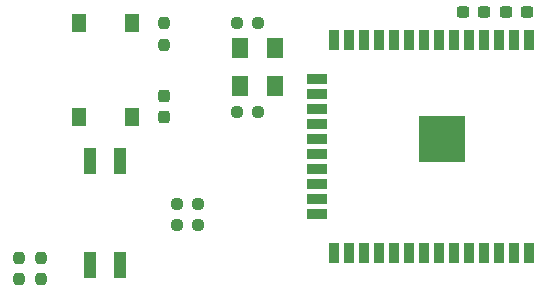
<source format=gbr>
%TF.GenerationSoftware,KiCad,Pcbnew,8.0.7*%
%TF.CreationDate,2024-12-14T18:53:43+03:00*%
%TF.ProjectId,pmod_esp32_4_layer.kicad_sch,706d6f64-5f65-4737-9033-325f345f6c61,rev?*%
%TF.SameCoordinates,Original*%
%TF.FileFunction,Paste,Top*%
%TF.FilePolarity,Positive*%
%FSLAX46Y46*%
G04 Gerber Fmt 4.6, Leading zero omitted, Abs format (unit mm)*
G04 Created by KiCad (PCBNEW 8.0.7) date 2024-12-14 18:53:43*
%MOMM*%
%LPD*%
G01*
G04 APERTURE LIST*
G04 Aperture macros list*
%AMRoundRect*
0 Rectangle with rounded corners*
0 $1 Rounding radius*
0 $2 $3 $4 $5 $6 $7 $8 $9 X,Y pos of 4 corners*
0 Add a 4 corners polygon primitive as box body*
4,1,4,$2,$3,$4,$5,$6,$7,$8,$9,$2,$3,0*
0 Add four circle primitives for the rounded corners*
1,1,$1+$1,$2,$3*
1,1,$1+$1,$4,$5*
1,1,$1+$1,$6,$7*
1,1,$1+$1,$8,$9*
0 Add four rect primitives between the rounded corners*
20,1,$1+$1,$2,$3,$4,$5,0*
20,1,$1+$1,$4,$5,$6,$7,0*
20,1,$1+$1,$6,$7,$8,$9,0*
20,1,$1+$1,$8,$9,$2,$3,0*%
G04 Aperture macros list end*
%ADD10RoundRect,0.237500X0.250000X0.237500X-0.250000X0.237500X-0.250000X-0.237500X0.250000X-0.237500X0*%
%ADD11RoundRect,0.237500X-0.237500X0.250000X-0.237500X-0.250000X0.237500X-0.250000X0.237500X0.250000X0*%
%ADD12RoundRect,0.237500X-0.300000X-0.237500X0.300000X-0.237500X0.300000X0.237500X-0.300000X0.237500X0*%
%ADD13RoundRect,0.099000X-0.351000X0.751000X-0.351000X-0.751000X0.351000X-0.751000X0.351000X0.751000X0*%
%ADD14R,4.000000X4.000000*%
%ADD15RoundRect,0.099000X-0.751000X0.351000X-0.751000X-0.351000X0.751000X-0.351000X0.751000X0.351000X0*%
%ADD16RoundRect,0.237500X0.237500X-0.250000X0.237500X0.250000X-0.237500X0.250000X-0.237500X-0.250000X0*%
%ADD17RoundRect,0.237500X0.237500X-0.300000X0.237500X0.300000X-0.237500X0.300000X-0.237500X-0.300000X0*%
%ADD18RoundRect,0.250001X0.462499X0.624999X-0.462499X0.624999X-0.462499X-0.624999X0.462499X-0.624999X0*%
%ADD19RoundRect,0.237500X-0.250000X-0.237500X0.250000X-0.237500X0.250000X0.237500X-0.250000X0.237500X0*%
%ADD20R,1.100000X2.200000*%
%ADD21R,1.300000X1.550000*%
%ADD22RoundRect,0.237500X0.300000X0.237500X-0.300000X0.237500X-0.300000X-0.237500X0.300000X-0.237500X0*%
%ADD23RoundRect,0.250001X-0.462499X-0.624999X0.462499X-0.624999X0.462499X0.624999X-0.462499X0.624999X0*%
G04 APERTURE END LIST*
D10*
%TO.C,R10*%
X146950000Y-111500000D03*
X145125000Y-111500000D03*
%TD*%
%TO.C,R13*%
X146950000Y-109750000D03*
X145125000Y-109750000D03*
%TD*%
D11*
%TO.C,R11*%
X133575000Y-114262500D03*
X133575000Y-116087500D03*
%TD*%
D12*
%TO.C,C3*%
X169375000Y-93500000D03*
X171100000Y-93500000D03*
%TD*%
D13*
%TO.C,U1*%
X174970000Y-95870000D03*
D14*
X167560000Y-104170000D03*
D13*
X173700000Y-95870000D03*
X172430000Y-95870000D03*
X171160000Y-95870000D03*
X169890000Y-95870000D03*
X168620000Y-95870000D03*
X167350000Y-95870000D03*
X166080000Y-95870000D03*
X164810000Y-95870000D03*
X163540000Y-95870000D03*
X162270000Y-95870000D03*
X161000000Y-95870000D03*
X159730000Y-95870000D03*
X158460000Y-95870000D03*
D15*
X156960000Y-99155000D03*
X156960000Y-100425000D03*
X156960000Y-101695000D03*
X156960000Y-102965000D03*
X156960000Y-104235000D03*
X156960000Y-105505000D03*
X156960000Y-106775000D03*
X156960000Y-108045000D03*
X156960000Y-109315000D03*
X156960000Y-110585000D03*
D13*
X158460000Y-113870000D03*
X159730000Y-113870000D03*
X161000000Y-113870000D03*
X162270000Y-113870000D03*
X163540000Y-113870000D03*
X164810000Y-113870000D03*
X166080000Y-113870000D03*
X167350000Y-113870000D03*
X168620000Y-113870000D03*
X169890000Y-113870000D03*
X171160000Y-113870000D03*
X172430000Y-113870000D03*
X173700000Y-113870000D03*
X174970000Y-113870000D03*
%TD*%
D16*
%TO.C,R12*%
X131725000Y-116087500D03*
X131725000Y-114262500D03*
%TD*%
D17*
%TO.C,C1*%
X144050000Y-102312500D03*
X144050000Y-100587500D03*
%TD*%
D16*
%TO.C,R5*%
X144050000Y-96212500D03*
X144050000Y-94387500D03*
%TD*%
D18*
%TO.C,LD2*%
X153437500Y-99750000D03*
X150462500Y-99750000D03*
%TD*%
D10*
%TO.C,R15*%
X152012500Y-101950000D03*
X150187500Y-101950000D03*
%TD*%
D19*
%TO.C,R14*%
X150187500Y-94350000D03*
X152012500Y-94350000D03*
%TD*%
D20*
%TO.C,S2*%
X137727500Y-114900000D03*
X140267500Y-114900000D03*
X137727500Y-106100000D03*
X140267500Y-106100000D03*
%TD*%
D21*
%TO.C,S1*%
X141337500Y-94375000D03*
X136837500Y-94375000D03*
X141337500Y-102325000D03*
X136837500Y-102325000D03*
%TD*%
D22*
%TO.C,C2*%
X174750000Y-93500000D03*
X173025000Y-93500000D03*
%TD*%
D23*
%TO.C,LD1*%
X150462500Y-96500000D03*
X153437500Y-96500000D03*
%TD*%
M02*

</source>
